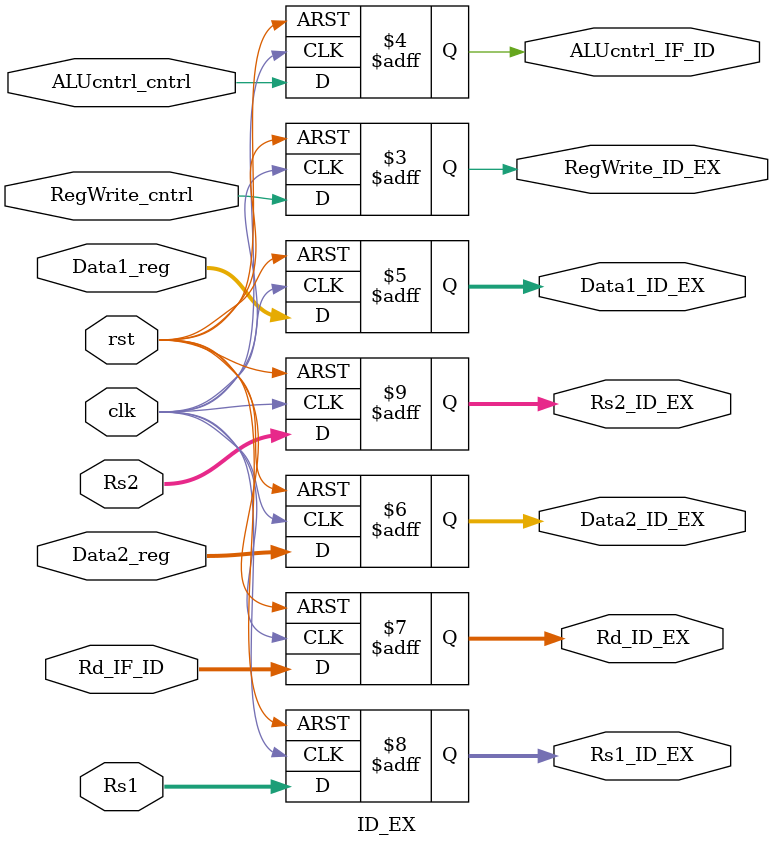
<source format=v>
`timescale 1ns / 1ps

module ID_EX(

input RegWrite_cntrl,
input ALUcntrl_cntrl,
input [7:0]Data1_reg,
input [7:0]Data2_reg,
input [2:0] Rd_IF_ID,
input [2:0]Rs1,
input [2:0]Rs2,
input clk,
input rst,
output reg RegWrite_ID_EX,
output reg ALUcntrl_IF_ID,
output reg [7:0]Data1_ID_EX,
output reg [7:0]Data2_ID_EX,
output reg [2:0] Rd_ID_EX,
output reg[2:0]Rs1_ID_EX,
output reg[2:0]Rs2_ID_EX
    );
always@(posedge clk, negedge rst)
if(rst==0)
begin
    RegWrite_ID_EX = 0;
    ALUcntrl_IF_ID = 0;
    Data1_ID_EX = 0;
    Data2_ID_EX = 0;
    Rd_ID_EX = 0;
    Rs1_ID_EX=0;
    Rs2_ID_EX=0;


    
end
else
begin
    RegWrite_ID_EX = RegWrite_cntrl;
    ALUcntrl_IF_ID = ALUcntrl_cntrl;
    Data1_ID_EX = Data1_reg;
    Data2_ID_EX = Data2_reg;
    Rd_ID_EX = Rd_IF_ID; 
    Rs1_ID_EX = Rs1;
    Rs2_ID_EX = Rs2;


end
endmodule

</source>
